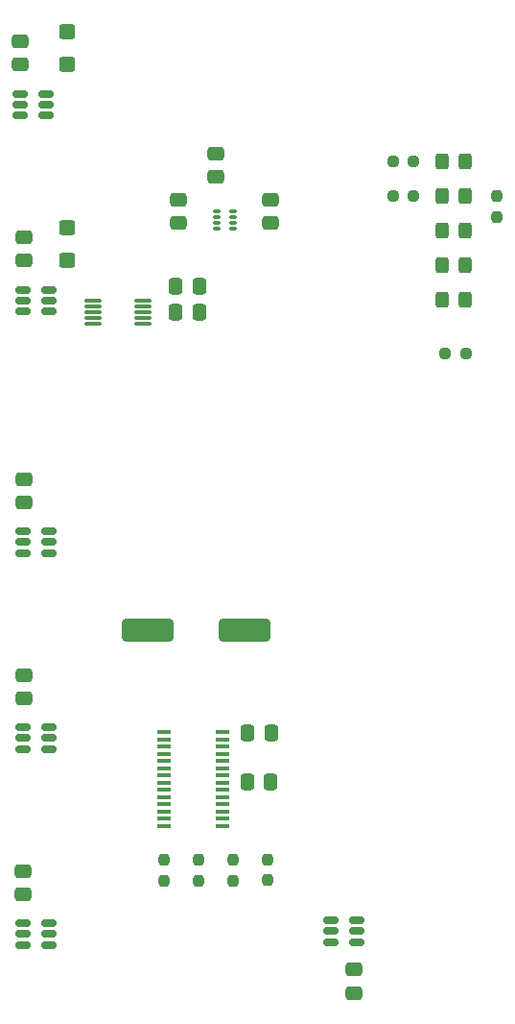
<source format=gbr>
%TF.GenerationSoftware,KiCad,Pcbnew,9.0.6*%
%TF.CreationDate,2025-12-28T11:43:40+01:00*%
%TF.ProjectId,USB_Hub,5553425f-4875-4622-9e6b-696361645f70,rev?*%
%TF.SameCoordinates,Original*%
%TF.FileFunction,Paste,Top*%
%TF.FilePolarity,Positive*%
%FSLAX46Y46*%
G04 Gerber Fmt 4.6, Leading zero omitted, Abs format (unit mm)*
G04 Created by KiCad (PCBNEW 9.0.6) date 2025-12-28 11:43:40*
%MOMM*%
%LPD*%
G01*
G04 APERTURE LIST*
G04 Aperture macros list*
%AMRoundRect*
0 Rectangle with rounded corners*
0 $1 Rounding radius*
0 $2 $3 $4 $5 $6 $7 $8 $9 X,Y pos of 4 corners*
0 Add a 4 corners polygon primitive as box body*
4,1,4,$2,$3,$4,$5,$6,$7,$8,$9,$2,$3,0*
0 Add four circle primitives for the rounded corners*
1,1,$1+$1,$2,$3*
1,1,$1+$1,$4,$5*
1,1,$1+$1,$6,$7*
1,1,$1+$1,$8,$9*
0 Add four rect primitives between the rounded corners*
20,1,$1+$1,$2,$3,$4,$5,0*
20,1,$1+$1,$4,$5,$6,$7,0*
20,1,$1+$1,$6,$7,$8,$9,0*
20,1,$1+$1,$8,$9,$2,$3,0*%
G04 Aperture macros list end*
%ADD10RoundRect,0.250000X-0.325000X-0.450000X0.325000X-0.450000X0.325000X0.450000X-0.325000X0.450000X0*%
%ADD11RoundRect,0.237500X0.250000X0.237500X-0.250000X0.237500X-0.250000X-0.237500X0.250000X-0.237500X0*%
%ADD12RoundRect,0.237500X0.237500X-0.250000X0.237500X0.250000X-0.237500X0.250000X-0.237500X-0.250000X0*%
%ADD13RoundRect,0.250000X2.000000X0.750000X-2.000000X0.750000X-2.000000X-0.750000X2.000000X-0.750000X0*%
%ADD14RoundRect,0.250000X-0.475000X0.337500X-0.475000X-0.337500X0.475000X-0.337500X0.475000X0.337500X0*%
%ADD15RoundRect,0.150000X0.512500X0.150000X-0.512500X0.150000X-0.512500X-0.150000X0.512500X-0.150000X0*%
%ADD16RoundRect,0.150000X-0.512500X-0.150000X0.512500X-0.150000X0.512500X0.150000X-0.512500X0.150000X0*%
%ADD17RoundRect,0.250000X0.475000X-0.337500X0.475000X0.337500X-0.475000X0.337500X-0.475000X-0.337500X0*%
%ADD18RoundRect,0.250000X0.450000X-0.400000X0.450000X0.400000X-0.450000X0.400000X-0.450000X-0.400000X0*%
%ADD19RoundRect,0.250000X0.337500X0.475000X-0.337500X0.475000X-0.337500X-0.475000X0.337500X-0.475000X0*%
%ADD20R,1.200000X0.400000*%
%ADD21RoundRect,0.050000X-0.285000X-0.100000X0.285000X-0.100000X0.285000X0.100000X-0.285000X0.100000X0*%
%ADD22RoundRect,0.075000X-0.650000X-0.075000X0.650000X-0.075000X0.650000X0.075000X-0.650000X0.075000X0*%
G04 APERTURE END LIST*
D10*
%TO.C,D2*%
X97409000Y-60180600D03*
X95359000Y-60180600D03*
%TD*%
%TO.C,D5*%
X97409000Y-69300600D03*
X95359000Y-69300600D03*
%TD*%
%TO.C,D1*%
X97409000Y-57140600D03*
X95359000Y-57140600D03*
%TD*%
%TO.C,D3*%
X97409000Y-63220600D03*
X95359000Y-63220600D03*
%TD*%
%TO.C,D4*%
X97409000Y-66260600D03*
X95359000Y-66260600D03*
%TD*%
D11*
%TO.C,R2*%
X91012000Y-57140600D03*
X92837000Y-57140600D03*
%TD*%
%TO.C,R3*%
X91012000Y-60188600D03*
X92837000Y-60188600D03*
%TD*%
D12*
%TO.C,R4*%
X100203000Y-60188600D03*
X100203000Y-62013600D03*
%TD*%
D11*
%TO.C,R7*%
X95609400Y-74015600D03*
X97434400Y-74015600D03*
%TD*%
D13*
%TO.C,Y1*%
X77876400Y-98450400D03*
X69376400Y-98450400D03*
%TD*%
D12*
%TO.C,R5*%
X73863200Y-120493800D03*
X73863200Y-118668800D03*
%TD*%
D14*
%TO.C,C5*%
X80213200Y-60459800D03*
X80213200Y-62534800D03*
%TD*%
D15*
%TO.C,U9*%
X60655200Y-70342800D03*
X60655200Y-69392800D03*
X60655200Y-68442800D03*
X58380200Y-68442800D03*
X58380200Y-69392800D03*
X58380200Y-70342800D03*
%TD*%
%TO.C,U8*%
X60390200Y-53070800D03*
X60390200Y-52120800D03*
X60390200Y-51170800D03*
X58115200Y-51170800D03*
X58115200Y-52120800D03*
X58115200Y-53070800D03*
%TD*%
D16*
%TO.C,U7*%
X85558200Y-124002800D03*
X85558200Y-124952800D03*
X85558200Y-125902800D03*
X87833200Y-125902800D03*
X87833200Y-124952800D03*
X87833200Y-124002800D03*
%TD*%
D15*
%TO.C,U6*%
X60644200Y-126156800D03*
X60644200Y-125206800D03*
X60644200Y-124256800D03*
X58369200Y-124256800D03*
X58369200Y-125206800D03*
X58369200Y-126156800D03*
%TD*%
%TO.C,U5*%
X60644200Y-108884800D03*
X60644200Y-107934800D03*
X60644200Y-106984800D03*
X58369200Y-106984800D03*
X58369200Y-107934800D03*
X58369200Y-108884800D03*
%TD*%
%TO.C,U4*%
X60644200Y-91612800D03*
X60644200Y-90662800D03*
X60644200Y-89712800D03*
X58369200Y-89712800D03*
X58369200Y-90662800D03*
X58369200Y-91612800D03*
%TD*%
D14*
%TO.C,C10*%
X87579200Y-130395800D03*
X87579200Y-128320800D03*
%TD*%
%TO.C,C6*%
X72085200Y-60459800D03*
X72085200Y-62534800D03*
%TD*%
D17*
%TO.C,C13*%
X75387200Y-56395800D03*
X75387200Y-58470800D03*
%TD*%
%TO.C,C7*%
X58428400Y-87176800D03*
X58428400Y-85101800D03*
%TD*%
%TO.C,C8*%
X58428400Y-102373800D03*
X58428400Y-104448800D03*
%TD*%
D18*
%TO.C,D6*%
X62238400Y-48568800D03*
X62238400Y-45668800D03*
%TD*%
D17*
%TO.C,C9*%
X58369200Y-121720800D03*
X58369200Y-119645800D03*
%TD*%
%TO.C,C11*%
X58115200Y-46493800D03*
X58115200Y-48568800D03*
%TD*%
%TO.C,C12*%
X58428400Y-63765800D03*
X58428400Y-65840800D03*
%TD*%
D18*
%TO.C,D7*%
X62238400Y-65840800D03*
X62238400Y-62940800D03*
%TD*%
D19*
%TO.C,C1*%
X78138200Y-111810800D03*
X80213200Y-111810800D03*
%TD*%
%TO.C,C2*%
X78181200Y-107492800D03*
X80256200Y-107492800D03*
%TD*%
D12*
%TO.C,R1*%
X70815200Y-118668800D03*
X70815200Y-120493800D03*
%TD*%
%TO.C,R8*%
X76911200Y-118668800D03*
X76911200Y-120493800D03*
%TD*%
D20*
%TO.C,U1*%
X75955200Y-107429300D03*
X75955200Y-108064300D03*
X75955200Y-108699300D03*
X75955200Y-109334300D03*
X75955200Y-109969300D03*
X75955200Y-110604300D03*
X75955200Y-111239300D03*
X75955200Y-111874300D03*
X75955200Y-112509300D03*
X75955200Y-113144300D03*
X75955200Y-113779300D03*
X75955200Y-114414300D03*
X75955200Y-115049300D03*
X75955200Y-115684300D03*
X70755200Y-115684300D03*
X70755200Y-115049300D03*
X70755200Y-114414300D03*
X70755200Y-113779300D03*
X70755200Y-113144300D03*
X70755200Y-112509300D03*
X70755200Y-111874300D03*
X70755200Y-111239300D03*
X70755200Y-110604300D03*
X70755200Y-109969300D03*
X70755200Y-109334300D03*
X70755200Y-108699300D03*
X70755200Y-108064300D03*
X70755200Y-107429300D03*
%TD*%
D12*
%TO.C,R6*%
X79959200Y-120446800D03*
X79959200Y-118621800D03*
%TD*%
D19*
%TO.C,C4*%
X73906200Y-68122800D03*
X71831200Y-68122800D03*
%TD*%
%TO.C,C3*%
X73906200Y-70408800D03*
X71831200Y-70408800D03*
%TD*%
D21*
%TO.C,U3*%
X76911200Y-61534800D03*
X76911200Y-62034800D03*
X76911200Y-62534800D03*
X76911200Y-63034800D03*
X75431200Y-63034800D03*
X75431200Y-62534800D03*
X75431200Y-62034800D03*
X75431200Y-61534800D03*
%TD*%
D22*
%TO.C,U2*%
X68951200Y-69408800D03*
X68951200Y-69908800D03*
X68951200Y-70408800D03*
X68951200Y-70908800D03*
X68951200Y-71408800D03*
X64551200Y-71408800D03*
X64551200Y-70908800D03*
X64551200Y-70408800D03*
X64551200Y-69908800D03*
X64551200Y-69408800D03*
%TD*%
M02*

</source>
